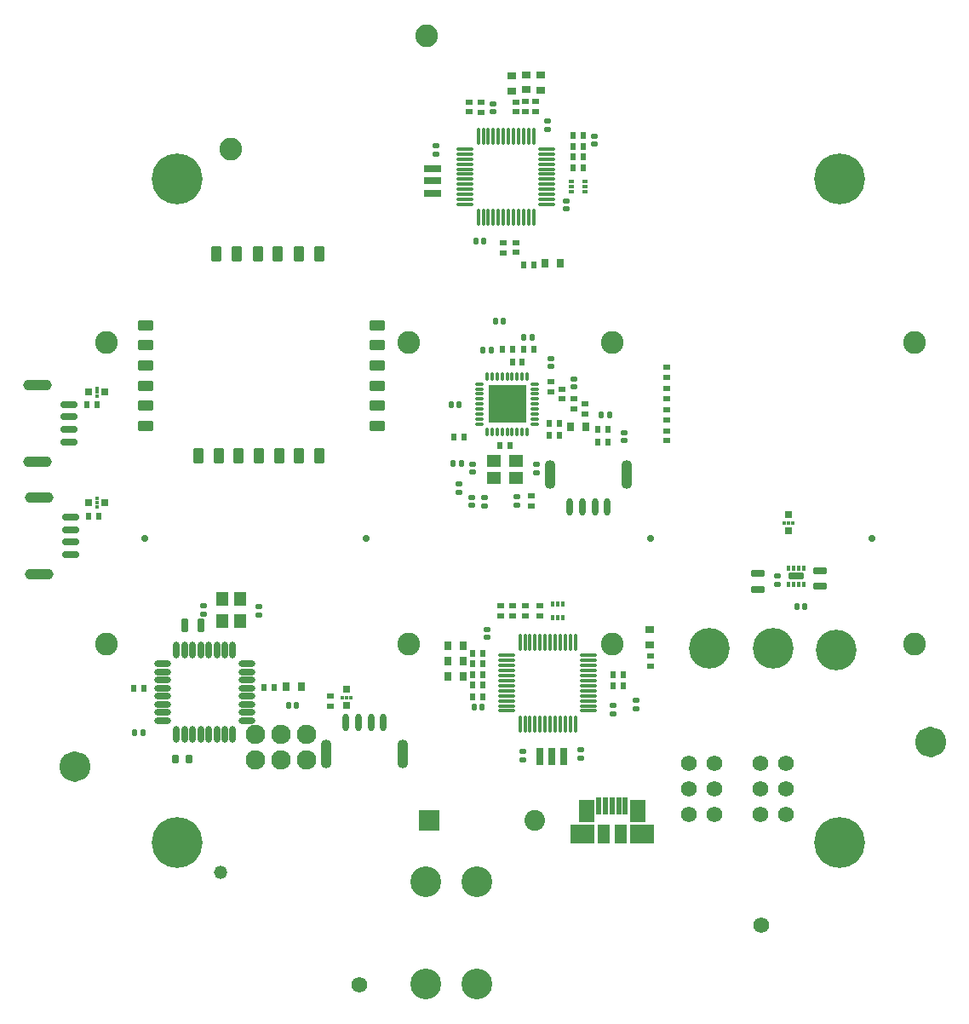
<source format=gbs>
G04 Layer_Color=16711935*
%FSLAX42Y42*%
%MOMM*%
G71*
G01*
G75*
G04:AMPARAMS|DCode=17|XSize=0.51mm|YSize=0.61mm|CornerRadius=0.13mm|HoleSize=0mm|Usage=FLASHONLY|Rotation=180.000|XOffset=0mm|YOffset=0mm|HoleType=Round|Shape=RoundedRectangle|*
%AMROUNDEDRECTD17*
21,1,0.51,0.36,0,0,180.0*
21,1,0.25,0.61,0,0,180.0*
1,1,0.25,-0.13,0.18*
1,1,0.25,0.13,0.18*
1,1,0.25,0.13,-0.18*
1,1,0.25,-0.13,-0.18*
%
%ADD17ROUNDEDRECTD17*%
G04:AMPARAMS|DCode=51|XSize=0.71mm|YSize=1.32mm|CornerRadius=0.18mm|HoleSize=0mm|Usage=FLASHONLY|Rotation=180.000|XOffset=0mm|YOffset=0mm|HoleType=Round|Shape=RoundedRectangle|*
%AMROUNDEDRECTD51*
21,1,0.71,0.97,0,0,180.0*
21,1,0.36,1.32,0,0,180.0*
1,1,0.36,-0.18,0.48*
1,1,0.36,0.18,0.48*
1,1,0.36,0.18,-0.48*
1,1,0.36,-0.18,-0.48*
%
%ADD51ROUNDEDRECTD51*%
G04:AMPARAMS|DCode=52|XSize=0.51mm|YSize=0.61mm|CornerRadius=0.13mm|HoleSize=0mm|Usage=FLASHONLY|Rotation=270.000|XOffset=0mm|YOffset=0mm|HoleType=Round|Shape=RoundedRectangle|*
%AMROUNDEDRECTD52*
21,1,0.51,0.36,0,0,270.0*
21,1,0.25,0.61,0,0,270.0*
1,1,0.25,-0.18,-0.13*
1,1,0.25,-0.18,0.13*
1,1,0.25,0.18,0.13*
1,1,0.25,0.18,-0.13*
%
%ADD52ROUNDEDRECTD52*%
G04:AMPARAMS|DCode=56|XSize=0.61mm|YSize=0.91mm|CornerRadius=0.15mm|HoleSize=0mm|Usage=FLASHONLY|Rotation=180.000|XOffset=0mm|YOffset=0mm|HoleType=Round|Shape=RoundedRectangle|*
%AMROUNDEDRECTD56*
21,1,0.61,0.61,0,0,180.0*
21,1,0.30,0.91,0,0,180.0*
1,1,0.30,-0.15,0.30*
1,1,0.30,0.15,0.30*
1,1,0.30,0.15,-0.30*
1,1,0.30,-0.15,-0.30*
%
%ADD56ROUNDEDRECTD56*%
G04:AMPARAMS|DCode=76|XSize=0.71mm|YSize=1.32mm|CornerRadius=0.18mm|HoleSize=0mm|Usage=FLASHONLY|Rotation=90.000|XOffset=0mm|YOffset=0mm|HoleType=Round|Shape=RoundedRectangle|*
%AMROUNDEDRECTD76*
21,1,0.71,0.97,0,0,90.0*
21,1,0.36,1.32,0,0,90.0*
1,1,0.36,0.48,0.18*
1,1,0.36,0.48,-0.18*
1,1,0.36,-0.48,-0.18*
1,1,0.36,-0.48,0.18*
%
%ADD76ROUNDEDRECTD76*%
%ADD95R,0.56X0.66*%
%ADD96R,0.66X0.56*%
%ADD103C,1.57*%
%ADD104C,5.05*%
%ADD105C,2.25*%
%ADD106R,0.46X0.46*%
%ADD107R,0.46X0.46*%
%ADD108C,0.71*%
%ADD109C,2.26*%
%ADD110C,1.93*%
%ADD111R,2.05X2.05*%
%ADD112C,2.05*%
%ADD113C,3.05*%
%ADD114C,1.32*%
%ADD115C,0.55*%
%ADD116C,4.05*%
%ADD117C,1.27*%
G04:AMPARAMS|DCode=118|XSize=1.55mm|YSize=1.07mm|CornerRadius=0.28mm|HoleSize=0mm|Usage=FLASHONLY|Rotation=90.000|XOffset=0mm|YOffset=0mm|HoleType=Round|Shape=RoundedRectangle|*
%AMROUNDEDRECTD118*
21,1,1.55,0.51,0,0,90.0*
21,1,0.99,1.07,0,0,90.0*
1,1,0.56,0.25,0.50*
1,1,0.56,0.25,-0.50*
1,1,0.56,-0.25,-0.50*
1,1,0.56,-0.25,0.50*
%
%ADD118ROUNDEDRECTD118*%
G04:AMPARAMS|DCode=119|XSize=1.55mm|YSize=1.07mm|CornerRadius=0.28mm|HoleSize=0mm|Usage=FLASHONLY|Rotation=0.000|XOffset=0mm|YOffset=0mm|HoleType=Round|Shape=RoundedRectangle|*
%AMROUNDEDRECTD119*
21,1,1.55,0.51,0,0,0.0*
21,1,0.99,1.07,0,0,0.0*
1,1,0.56,0.50,-0.25*
1,1,0.56,-0.50,-0.25*
1,1,0.56,-0.50,0.25*
1,1,0.56,0.50,0.25*
%
%ADD119ROUNDEDRECTD119*%
%ADD120R,0.66X0.66*%
%ADD121R,0.66X0.66*%
G04:AMPARAMS|DCode=122|XSize=1.57mm|YSize=1.57mm|CornerRadius=0.79mm|HoleSize=0mm|Usage=FLASHONLY|Rotation=90.000|XOffset=0mm|YOffset=0mm|HoleType=Round|Shape=RoundedRectangle|*
%AMROUNDEDRECTD122*
21,1,1.57,0.00,0,0,90.0*
21,1,0.00,1.57,0,0,90.0*
1,1,1.57,0.00,0.00*
1,1,1.57,0.00,0.00*
1,1,1.57,0.00,0.00*
1,1,1.57,0.00,0.00*
%
%ADD122ROUNDEDRECTD122*%
G04:AMPARAMS|DCode=123|XSize=1.57mm|YSize=1.57mm|CornerRadius=0.79mm|HoleSize=0mm|Usage=FLASHONLY|Rotation=180.000|XOffset=0mm|YOffset=0mm|HoleType=Round|Shape=RoundedRectangle|*
%AMROUNDEDRECTD123*
21,1,1.57,0.00,0,0,180.0*
21,1,0.00,1.57,0,0,180.0*
1,1,1.57,0.00,0.00*
1,1,1.57,0.00,0.00*
1,1,1.57,0.00,0.00*
1,1,1.57,0.00,0.00*
%
%ADD123ROUNDEDRECTD123*%
%ADD124R,0.66X0.97*%
%ADD125O,0.60X1.70*%
%ADD126O,1.70X0.60*%
%ADD127R,1.27X1.47*%
%ADD128O,0.95X0.33*%
%ADD129O,0.33X0.95*%
%ADD130R,3.75X3.75*%
%ADD131R,1.47X1.27*%
G04:AMPARAMS|DCode=132|XSize=0.66mm|YSize=1.75mm|CornerRadius=0.33mm|HoleSize=0mm|Usage=FLASHONLY|Rotation=0.000|XOffset=0mm|YOffset=0mm|HoleType=Round|Shape=RoundedRectangle|*
%AMROUNDEDRECTD132*
21,1,0.66,1.09,0,0,0.0*
21,1,0.00,1.75,0,0,0.0*
1,1,0.66,0.00,-0.55*
1,1,0.66,0.00,-0.55*
1,1,0.66,0.00,0.55*
1,1,0.66,0.00,0.55*
%
%ADD132ROUNDEDRECTD132*%
G04:AMPARAMS|DCode=133|XSize=2.87mm|YSize=1.07mm|CornerRadius=0.53mm|HoleSize=0mm|Usage=FLASHONLY|Rotation=270.000|XOffset=0mm|YOffset=0mm|HoleType=Round|Shape=RoundedRectangle|*
%AMROUNDEDRECTD133*
21,1,2.87,0.00,0,0,270.0*
21,1,1.80,1.07,0,0,270.0*
1,1,1.07,0.00,-0.90*
1,1,1.07,0.00,0.90*
1,1,1.07,0.00,0.90*
1,1,1.07,0.00,-0.90*
%
%ADD133ROUNDEDRECTD133*%
%ADD134R,0.36X0.51*%
%ADD135O,1.85X0.35*%
%ADD136O,0.35X1.85*%
%ADD137R,0.97X0.66*%
%ADD138R,0.76X1.75*%
%ADD139R,0.51X0.36*%
%ADD140R,1.75X0.76*%
G04:AMPARAMS|DCode=141|XSize=0.66mm|YSize=1.75mm|CornerRadius=0.33mm|HoleSize=0mm|Usage=FLASHONLY|Rotation=90.000|XOffset=0mm|YOffset=0mm|HoleType=Round|Shape=RoundedRectangle|*
%AMROUNDEDRECTD141*
21,1,0.66,1.09,0,0,90.0*
21,1,0.00,1.75,0,0,90.0*
1,1,0.66,0.55,0.00*
1,1,0.66,0.55,0.00*
1,1,0.66,-0.55,0.00*
1,1,0.66,-0.55,0.00*
%
%ADD141ROUNDEDRECTD141*%
G04:AMPARAMS|DCode=142|XSize=2.87mm|YSize=1.07mm|CornerRadius=0.53mm|HoleSize=0mm|Usage=FLASHONLY|Rotation=0.000|XOffset=0mm|YOffset=0mm|HoleType=Round|Shape=RoundedRectangle|*
%AMROUNDEDRECTD142*
21,1,2.87,0.00,0,0,0.0*
21,1,1.80,1.07,0,0,0.0*
1,1,1.07,0.90,0.00*
1,1,1.07,-0.90,0.00*
1,1,1.07,-0.90,0.00*
1,1,1.07,0.90,0.00*
%
%ADD142ROUNDEDRECTD142*%
G04:AMPARAMS|DCode=143|XSize=0.76mm|YSize=1.47mm|CornerRadius=0.17mm|HoleSize=0mm|Usage=FLASHONLY|Rotation=270.000|XOffset=0mm|YOffset=0mm|HoleType=Round|Shape=RoundedRectangle|*
%AMROUNDEDRECTD143*
21,1,0.76,1.14,0,0,270.0*
21,1,0.43,1.47,0,0,270.0*
1,1,0.34,-0.57,-0.21*
1,1,0.34,-0.57,0.21*
1,1,0.34,0.57,0.21*
1,1,0.34,0.57,-0.21*
%
%ADD143ROUNDEDRECTD143*%
G04:AMPARAMS|DCode=144|XSize=0.56mm|YSize=0.36mm|CornerRadius=0.09mm|HoleSize=0mm|Usage=FLASHONLY|Rotation=270.000|XOffset=0mm|YOffset=0mm|HoleType=Round|Shape=RoundedRectangle|*
%AMROUNDEDRECTD144*
21,1,0.56,0.18,0,0,270.0*
21,1,0.39,0.36,0,0,270.0*
1,1,0.17,-0.09,-0.19*
1,1,0.17,-0.09,0.19*
1,1,0.17,0.09,0.19*
1,1,0.17,0.09,-0.19*
%
%ADD144ROUNDEDRECTD144*%
%ADD145R,0.36X0.56*%
%ADD146R,0.51X1.75*%
%ADD147R,1.55X2.16*%
%ADD148R,2.44X1.96*%
%ADD149R,1.24X1.96*%
D17*
X7786Y9296D02*
D03*
X7866Y9296D02*
D03*
X9315Y9563D02*
D03*
X9395D02*
D03*
X10951Y11968D02*
D03*
X11031Y11968D02*
D03*
X11737Y13219D02*
D03*
X11657D02*
D03*
X10933Y12556D02*
D03*
X11013D02*
D03*
X12506Y12454D02*
D03*
X12426Y12454D02*
D03*
X11328Y13097D02*
D03*
X11248D02*
D03*
X11372Y13381D02*
D03*
X11452D02*
D03*
X11159Y9543D02*
D03*
X11239Y9543D02*
D03*
X11257Y14178D02*
D03*
X11177Y14178D02*
D03*
X14447Y10549D02*
D03*
X14367D02*
D03*
D51*
X8444Y10356D02*
D03*
X8284Y10356D02*
D03*
D52*
X8473Y10471D02*
D03*
X8473Y10551D02*
D03*
X9017Y10545D02*
D03*
X9017Y10465D02*
D03*
X11008Y11763D02*
D03*
Y11683D02*
D03*
X12151Y12729D02*
D03*
X12151Y12809D02*
D03*
X11133Y11551D02*
D03*
Y11631D02*
D03*
X11148Y11883D02*
D03*
X11148Y11963D02*
D03*
X11920Y12930D02*
D03*
X11920Y13010D02*
D03*
X11587Y11556D02*
D03*
X11587Y11636D02*
D03*
X12649Y12276D02*
D03*
X12649Y12196D02*
D03*
X11781Y11877D02*
D03*
X11781Y11957D02*
D03*
X11267Y11548D02*
D03*
X11267Y11628D02*
D03*
X11641Y9025D02*
D03*
X11641Y9105D02*
D03*
X12222Y9040D02*
D03*
Y9121D02*
D03*
X12545Y9560D02*
D03*
X12545Y9480D02*
D03*
X12774Y9613D02*
D03*
X12774Y9533D02*
D03*
X11293Y10237D02*
D03*
Y10317D02*
D03*
X11887Y15369D02*
D03*
Y15289D02*
D03*
X11346Y15544D02*
D03*
X11346Y15464D02*
D03*
X10782Y15043D02*
D03*
X10782Y15123D02*
D03*
X12352Y15139D02*
D03*
Y15219D02*
D03*
X12075Y14576D02*
D03*
X12075Y14496D02*
D03*
X14173Y10768D02*
D03*
Y10848D02*
D03*
D56*
X8188Y9027D02*
D03*
X8328Y9027D02*
D03*
D76*
X13985Y10872D02*
D03*
X13985Y10712D02*
D03*
X14600Y10905D02*
D03*
Y10745D02*
D03*
D95*
X7424Y11444D02*
D03*
X7323D02*
D03*
X7411Y12555D02*
D03*
X7310D02*
D03*
X7778Y9733D02*
D03*
X7879Y9733D02*
D03*
X9169Y9738D02*
D03*
X9068Y9738D02*
D03*
X11752Y13099D02*
D03*
X11651D02*
D03*
X11640Y12977D02*
D03*
X11539D02*
D03*
X11438Y13099D02*
D03*
X11539Y13099D02*
D03*
X11908Y12248D02*
D03*
X12009D02*
D03*
X10958Y12233D02*
D03*
X11059D02*
D03*
X12493Y12304D02*
D03*
X12393D02*
D03*
X12393Y12177D02*
D03*
X12494Y12177D02*
D03*
X11911Y12365D02*
D03*
X12012D02*
D03*
X11516Y12146D02*
D03*
X11415Y12146D02*
D03*
X11249Y9652D02*
D03*
X11148D02*
D03*
X12546Y9761D02*
D03*
X12647D02*
D03*
X11146Y9870D02*
D03*
X11247D02*
D03*
X12546Y9868D02*
D03*
X12647D02*
D03*
X11146Y10081D02*
D03*
X11247D02*
D03*
X11146Y9764D02*
D03*
X11247D02*
D03*
X11146Y9975D02*
D03*
X11247D02*
D03*
X12145Y15118D02*
D03*
X12245D02*
D03*
X12245Y15014D02*
D03*
X12144D02*
D03*
X12242Y15230D02*
D03*
X12141D02*
D03*
X12145Y14910D02*
D03*
X12245D02*
D03*
X11757Y13945D02*
D03*
X11656Y13945D02*
D03*
D96*
X9733Y9655D02*
D03*
Y9554D02*
D03*
X11920Y12678D02*
D03*
Y12779D02*
D03*
X12261Y12562D02*
D03*
Y12461D02*
D03*
X12037Y12709D02*
D03*
Y12609D02*
D03*
X11727Y11643D02*
D03*
Y11542D02*
D03*
X12151Y12610D02*
D03*
Y12510D02*
D03*
X12911Y10055D02*
D03*
Y9954D02*
D03*
X11427Y10553D02*
D03*
Y10452D02*
D03*
X11547Y10553D02*
D03*
Y10452D02*
D03*
X11669Y10453D02*
D03*
Y10554D02*
D03*
X11811Y10453D02*
D03*
Y10554D02*
D03*
X11674Y15567D02*
D03*
Y15466D02*
D03*
X11453Y14162D02*
D03*
Y14061D02*
D03*
X11580Y14165D02*
D03*
X11580Y14064D02*
D03*
X11775Y15567D02*
D03*
Y15466D02*
D03*
X11229Y15459D02*
D03*
Y15560D02*
D03*
X11107Y15562D02*
D03*
X11107Y15461D02*
D03*
X11575Y15562D02*
D03*
Y15461D02*
D03*
X13076Y12823D02*
D03*
Y12924D02*
D03*
Y12612D02*
D03*
Y12713D02*
D03*
Y12404D02*
D03*
Y12504D02*
D03*
Y12193D02*
D03*
Y12294D02*
D03*
D103*
X13551Y8984D02*
D03*
X13297D02*
D03*
X13551Y8730D02*
D03*
X13297D02*
D03*
X13551Y8476D02*
D03*
X13297D02*
D03*
X14257Y8984D02*
D03*
X14003D02*
D03*
X14257Y8730D02*
D03*
X14003D02*
D03*
X14257Y8476D02*
D03*
X14003D02*
D03*
X10023Y6784D02*
D03*
X14011Y7379D02*
D03*
D104*
X8204Y8204D02*
D03*
X14796Y8204D02*
D03*
X8204Y14796D02*
D03*
X14796D02*
D03*
D105*
X8741Y15094D02*
D03*
X10690Y16219D02*
D03*
D106*
X7409Y11621D02*
D03*
Y11540D02*
D03*
X7407Y12636D02*
D03*
Y12717D02*
D03*
X7409Y11580D02*
D03*
X7407Y12676D02*
D03*
D107*
X9850Y9642D02*
D03*
X9931D02*
D03*
X14247Y11379D02*
D03*
X14327D02*
D03*
X9891Y9642D02*
D03*
X14288Y11379D02*
D03*
D108*
X12913Y11227D02*
D03*
X15116Y11227D02*
D03*
X10089Y11227D02*
D03*
X7887D02*
D03*
D109*
X10508Y13170D02*
D03*
X7508D02*
D03*
X10508Y10170D02*
D03*
X7508D02*
D03*
X15535Y13170D02*
D03*
Y10170D02*
D03*
X12535Y13170D02*
D03*
Y10170D02*
D03*
D110*
X8987Y9020D02*
D03*
X8987Y9274D02*
D03*
X9241Y9020D02*
D03*
Y9274D02*
D03*
X9495Y9020D02*
D03*
X9495Y9274D02*
D03*
D111*
X10717Y8420D02*
D03*
D112*
X11762D02*
D03*
D113*
X11184Y6792D02*
D03*
X10676D02*
D03*
X11184Y7808D02*
D03*
X10676D02*
D03*
D114*
X8641Y7904D02*
D03*
D115*
X11378Y12449D02*
D03*
X11488D02*
D03*
X11598D02*
D03*
X11378Y12559D02*
D03*
X11488D02*
D03*
X11598D02*
D03*
X11378Y12669D02*
D03*
X11488D02*
D03*
X11598D02*
D03*
D116*
X14135Y10132D02*
D03*
X14762Y10112D02*
D03*
X13495Y10130D02*
D03*
D117*
X7282Y8956D02*
G03*
X7282Y8956I-91J0D01*
G01*
X15791Y9200D02*
G03*
X15791Y9200I-91J0D01*
G01*
D118*
X9220Y12048D02*
D03*
X9420D02*
D03*
X9620D02*
D03*
X9020Y12048D02*
D03*
X8819D02*
D03*
X8618D02*
D03*
X8420D02*
D03*
X9010Y14048D02*
D03*
X9210D02*
D03*
X9420D02*
D03*
X9620D02*
D03*
X8800D02*
D03*
X8600D02*
D03*
D119*
X10195Y12342D02*
D03*
Y12542D02*
D03*
Y12742D02*
D03*
Y12942D02*
D03*
Y13142D02*
D03*
Y13343D02*
D03*
X7895Y12342D02*
D03*
Y12542D02*
D03*
X7895Y12742D02*
D03*
X7895Y12942D02*
D03*
Y13142D02*
D03*
Y13343D02*
D03*
D120*
X7328Y11580D02*
D03*
X7489D02*
D03*
X7487Y12676D02*
D03*
X7325D02*
D03*
D121*
X9891Y9561D02*
D03*
X9891Y9722D02*
D03*
X14288Y11298D02*
D03*
X14288Y11459D02*
D03*
D122*
X7191Y8956D02*
D03*
D123*
X15700Y9200D02*
D03*
D124*
X9294Y9749D02*
D03*
X9445Y9749D02*
D03*
X12118Y12332D02*
D03*
X12270Y12332D02*
D03*
X11052Y9850D02*
D03*
X10900D02*
D03*
X11052Y10003D02*
D03*
X10900D02*
D03*
X11052Y10155D02*
D03*
X10900D02*
D03*
X11867Y13955D02*
D03*
X12018D02*
D03*
D125*
X8201Y10115D02*
D03*
X8281D02*
D03*
X8361Y10115D02*
D03*
X8441Y10115D02*
D03*
X8521D02*
D03*
X8601D02*
D03*
X8681Y10115D02*
D03*
X8761Y10115D02*
D03*
Y9275D02*
D03*
X8681D02*
D03*
X8601D02*
D03*
X8521Y9275D02*
D03*
X8441Y9275D02*
D03*
X8361D02*
D03*
X8281Y9275D02*
D03*
X8201Y9275D02*
D03*
D126*
X8901Y9975D02*
D03*
X8901Y9895D02*
D03*
Y9815D02*
D03*
X8901Y9735D02*
D03*
X8901Y9655D02*
D03*
X8901Y9575D02*
D03*
X8901Y9495D02*
D03*
Y9415D02*
D03*
X8061Y9415D02*
D03*
Y9495D02*
D03*
Y9575D02*
D03*
Y9655D02*
D03*
Y9735D02*
D03*
Y9815D02*
D03*
Y9895D02*
D03*
Y9975D02*
D03*
D127*
X8659Y10621D02*
D03*
X8659Y10399D02*
D03*
X8830Y10621D02*
D03*
X8830Y10399D02*
D03*
D128*
X11213Y12559D02*
D03*
X11763Y12759D02*
D03*
Y12709D02*
D03*
X11763Y12659D02*
D03*
X11763Y12609D02*
D03*
X11763Y12559D02*
D03*
Y12509D02*
D03*
X11763Y12459D02*
D03*
X11763Y12409D02*
D03*
X11763Y12359D02*
D03*
X11213Y12759D02*
D03*
Y12709D02*
D03*
X11213Y12609D02*
D03*
X11213Y12659D02*
D03*
Y12509D02*
D03*
Y12459D02*
D03*
X11213Y12409D02*
D03*
X11213Y12359D02*
D03*
D129*
X11288Y12834D02*
D03*
X11338Y12834D02*
D03*
X11388Y12834D02*
D03*
X11438D02*
D03*
X11488Y12834D02*
D03*
X11538Y12834D02*
D03*
X11588D02*
D03*
X11638Y12834D02*
D03*
X11688Y12834D02*
D03*
X11688Y12284D02*
D03*
X11638Y12284D02*
D03*
X11488Y12284D02*
D03*
X11438D02*
D03*
X11388D02*
D03*
X11338Y12284D02*
D03*
X11288Y12284D02*
D03*
X11538D02*
D03*
X11588D02*
D03*
D130*
X11488Y12559D02*
D03*
D131*
X11576Y11993D02*
D03*
X11354Y11993D02*
D03*
X11576Y11822D02*
D03*
X11354D02*
D03*
D132*
X12486Y11540D02*
D03*
X12361Y11540D02*
D03*
X12235Y11540D02*
D03*
X12111Y11540D02*
D03*
X9883Y9392D02*
D03*
X10008D02*
D03*
X10134D02*
D03*
X10258D02*
D03*
D133*
X12681Y11855D02*
D03*
X11915Y11855D02*
D03*
X9688Y9077D02*
D03*
X10454Y9077D02*
D03*
D134*
X12041Y10571D02*
D03*
X11991D02*
D03*
X11941D02*
D03*
Y10435D02*
D03*
X11991D02*
D03*
X12041D02*
D03*
D135*
X12296Y9509D02*
D03*
Y9559D02*
D03*
Y9609D02*
D03*
X12296Y9659D02*
D03*
X12296Y9709D02*
D03*
Y9759D02*
D03*
Y9809D02*
D03*
X12296Y9859D02*
D03*
X12296Y9909D02*
D03*
Y9959D02*
D03*
Y10009D02*
D03*
Y10059D02*
D03*
X11486D02*
D03*
X11486Y10009D02*
D03*
Y9959D02*
D03*
Y9909D02*
D03*
Y9859D02*
D03*
Y9809D02*
D03*
Y9759D02*
D03*
Y9709D02*
D03*
X11486Y9659D02*
D03*
Y9609D02*
D03*
X11486Y9559D02*
D03*
X11486Y9509D02*
D03*
X11881Y14543D02*
D03*
Y14593D02*
D03*
Y14643D02*
D03*
Y14693D02*
D03*
Y14743D02*
D03*
Y14793D02*
D03*
Y14843D02*
D03*
Y14893D02*
D03*
Y14943D02*
D03*
Y14993D02*
D03*
Y15043D02*
D03*
Y15093D02*
D03*
X11071D02*
D03*
X11071Y15043D02*
D03*
Y14993D02*
D03*
X11071Y14943D02*
D03*
Y14893D02*
D03*
X11071Y14843D02*
D03*
X11071Y14793D02*
D03*
Y14743D02*
D03*
Y14693D02*
D03*
Y14643D02*
D03*
Y14593D02*
D03*
X11071Y14543D02*
D03*
D136*
X12166Y10189D02*
D03*
X12116D02*
D03*
X12066D02*
D03*
X12016D02*
D03*
X11966D02*
D03*
X11916D02*
D03*
X11866D02*
D03*
X11816D02*
D03*
X11766D02*
D03*
X11716D02*
D03*
X11666D02*
D03*
X11616D02*
D03*
X11616Y9379D02*
D03*
X11666D02*
D03*
X11716D02*
D03*
X11766D02*
D03*
X11816Y9379D02*
D03*
X11866Y9379D02*
D03*
X11916D02*
D03*
X11966D02*
D03*
X12016D02*
D03*
X12066D02*
D03*
X12116D02*
D03*
X12166Y9379D02*
D03*
X11201Y14413D02*
D03*
X11251D02*
D03*
X11301Y14413D02*
D03*
X11351D02*
D03*
X11401Y14413D02*
D03*
X11451D02*
D03*
X11501Y14413D02*
D03*
X11551D02*
D03*
X11601D02*
D03*
X11651D02*
D03*
X11701D02*
D03*
X11751D02*
D03*
Y15223D02*
D03*
X11701D02*
D03*
X11651D02*
D03*
X11601D02*
D03*
X11551D02*
D03*
X11501D02*
D03*
X11451Y15223D02*
D03*
X11401Y15223D02*
D03*
X11351D02*
D03*
X11301D02*
D03*
X11251D02*
D03*
X11201Y15223D02*
D03*
D137*
X12903Y10165D02*
D03*
Y10316D02*
D03*
X11532Y15672D02*
D03*
Y15823D02*
D03*
X11824Y15677D02*
D03*
X11824Y15828D02*
D03*
X11676Y15682D02*
D03*
Y15833D02*
D03*
D138*
X11811Y9055D02*
D03*
X11933D02*
D03*
X12053D02*
D03*
D139*
X12263Y14669D02*
D03*
Y14719D02*
D03*
Y14770D02*
D03*
X12127D02*
D03*
Y14719D02*
D03*
X12127Y14669D02*
D03*
D140*
X10747Y14897D02*
D03*
Y14775D02*
D03*
Y14655D02*
D03*
D141*
X7134Y12555D02*
D03*
Y12430D02*
D03*
Y12304D02*
D03*
Y12179D02*
D03*
X7152Y11437D02*
D03*
Y11312D02*
D03*
Y11186D02*
D03*
Y11062D02*
D03*
D142*
X6819Y12750D02*
D03*
X6819Y11984D02*
D03*
X6837Y11632D02*
D03*
Y10866D02*
D03*
D143*
X14364Y10848D02*
D03*
D144*
X14288Y10767D02*
D03*
X14338D02*
D03*
X14389Y10767D02*
D03*
X14439Y10767D02*
D03*
Y10928D02*
D03*
X14389D02*
D03*
X14338D02*
D03*
D145*
X14288D02*
D03*
D146*
X12532Y8567D02*
D03*
X12598D02*
D03*
X12467D02*
D03*
X12402D02*
D03*
X12664D02*
D03*
D147*
X12784Y8517D02*
D03*
X12282D02*
D03*
D148*
X12830Y8285D02*
D03*
X12237Y8285D02*
D03*
D149*
X12449Y8285D02*
D03*
X12616D02*
D03*
M02*

</source>
